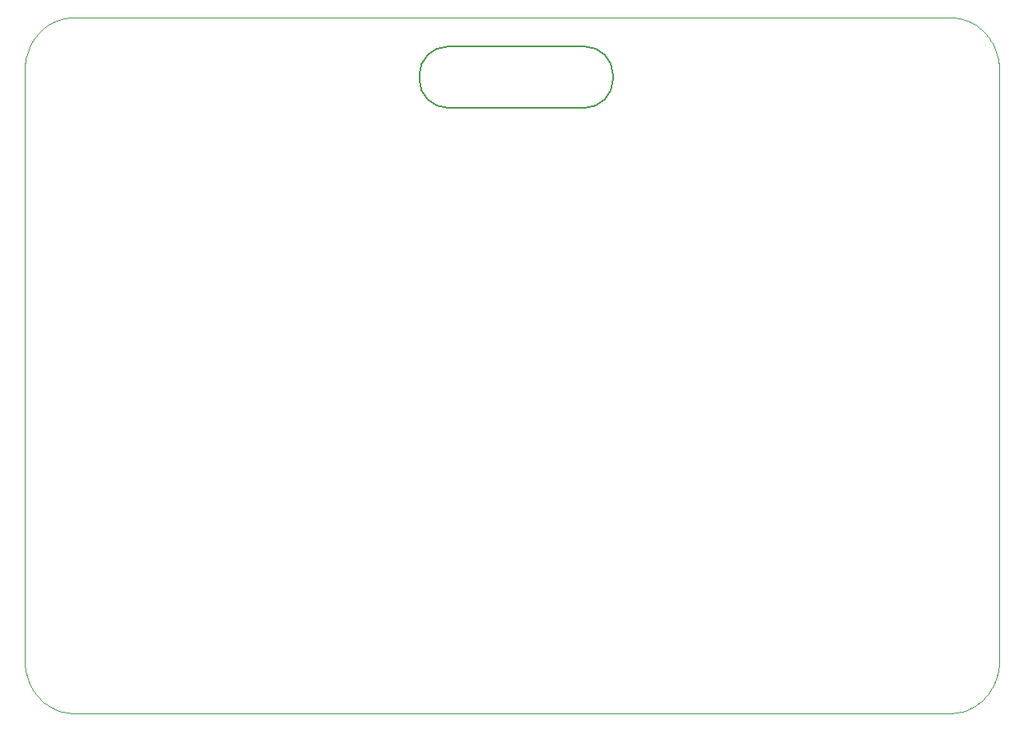
<source format=gbr>
%TF.GenerationSoftware,KiCad,Pcbnew,8.0.1*%
%TF.CreationDate,2024-04-19T02:30:16-04:00*%
%TF.ProjectId,hello-my-name-is,68656c6c-6f2d-46d7-992d-6e616d652d69,rev?*%
%TF.SameCoordinates,Original*%
%TF.FileFunction,Profile,NP*%
%FSLAX46Y46*%
G04 Gerber Fmt 4.6, Leading zero omitted, Abs format (unit mm)*
G04 Created by KiCad (PCBNEW 8.0.1) date 2024-04-19 02:30:16*
%MOMM*%
%LPD*%
G01*
G04 APERTURE LIST*
%TA.AperFunction,Profile*%
%ADD10C,0.200000*%
%TD*%
%TA.AperFunction,Profile*%
%ADD11C,0.100000*%
%TD*%
G04 APERTURE END LIST*
D10*
X145000000Y-68000000D02*
G75*
G02*
X142000000Y-65000000I0J3000000D01*
G01*
X159500000Y-61500000D02*
G75*
G02*
X162500000Y-64500000I0J-3000000D01*
G01*
X142000000Y-65000000D02*
X142000000Y-64500000D01*
X162500000Y-64500000D02*
X162500000Y-65000000D01*
X142000000Y-64500000D02*
G75*
G02*
X145000000Y-61500000I3000000J0D01*
G01*
X145000000Y-61500000D02*
X159500000Y-61500000D01*
X159500000Y-68000000D02*
X145000000Y-68000000D01*
X162500000Y-65000000D02*
G75*
G02*
X159500000Y-68000000I-3000000J0D01*
G01*
D11*
X198522471Y-58433564D02*
X198783628Y-58454987D01*
X199040987Y-58490266D01*
X199294227Y-58539053D01*
X199543023Y-58600999D01*
X199787053Y-58675755D01*
X200025993Y-58762974D01*
X200259521Y-58862305D01*
X200487313Y-58973401D01*
X200709046Y-59095914D01*
X200924397Y-59229493D01*
X201133043Y-59373792D01*
X201334660Y-59528462D01*
X201528927Y-59693153D01*
X201715519Y-59867518D01*
X201894113Y-60051207D01*
X202064387Y-60243873D01*
X202226017Y-60445166D01*
X202378680Y-60654738D01*
X202522053Y-60872240D01*
X202655813Y-61097325D01*
X202779637Y-61329643D01*
X202893202Y-61568845D01*
X202996185Y-61814584D01*
X203088261Y-62066510D01*
X203169110Y-62324276D01*
X203238406Y-62587532D01*
X203295828Y-62855930D01*
X203341051Y-63129121D01*
X203373754Y-63406757D01*
X203393613Y-63688489D01*
X203400304Y-63973969D01*
X203400304Y-126599846D01*
X203393613Y-126885326D01*
X203373754Y-127167059D01*
X203341051Y-127444696D01*
X203295828Y-127717888D01*
X203238406Y-127986286D01*
X203169110Y-128249543D01*
X203088261Y-128507309D01*
X202996185Y-128759236D01*
X202893202Y-129004975D01*
X202779637Y-129244178D01*
X202655813Y-129476496D01*
X202522053Y-129701581D01*
X202378680Y-129919084D01*
X202226017Y-130128656D01*
X202064387Y-130329950D01*
X201894113Y-130522616D01*
X201715519Y-130706305D01*
X201528927Y-130880670D01*
X201334660Y-131045361D01*
X201133043Y-131200031D01*
X200924397Y-131344330D01*
X200709046Y-131477910D01*
X200487313Y-131600423D01*
X200259521Y-131711519D01*
X200025993Y-131810850D01*
X199787053Y-131898069D01*
X199543023Y-131972825D01*
X199294227Y-132034771D01*
X199040987Y-132083558D01*
X198783628Y-132118837D01*
X198522471Y-132140261D01*
X198257840Y-132147479D01*
X105355273Y-132147479D01*
X105090643Y-132140261D01*
X104829487Y-132118837D01*
X104572127Y-132083558D01*
X104318888Y-132034771D01*
X104070092Y-131972825D01*
X103826063Y-131898069D01*
X103587123Y-131810850D01*
X103353596Y-131711519D01*
X103125804Y-131600423D01*
X102904072Y-131477910D01*
X102688721Y-131344330D01*
X102480075Y-131200031D01*
X102278458Y-131045361D01*
X102084192Y-130880670D01*
X101897600Y-130706305D01*
X101719005Y-130522616D01*
X101548732Y-130329950D01*
X101387102Y-130128656D01*
X101234438Y-129919084D01*
X101091065Y-129701581D01*
X100957305Y-129476496D01*
X100833481Y-129244178D01*
X100719916Y-129004975D01*
X100616934Y-128759236D01*
X100524857Y-128507309D01*
X100444009Y-128249543D01*
X100374712Y-127986286D01*
X100317291Y-127717888D01*
X100272067Y-127444696D01*
X100239364Y-127167059D01*
X100219505Y-126885326D01*
X100212814Y-126599846D01*
X100212814Y-63973969D01*
X100219505Y-63688489D01*
X100239364Y-63406757D01*
X100272067Y-63129121D01*
X100317291Y-62855930D01*
X100374712Y-62587532D01*
X100444009Y-62324276D01*
X100524857Y-62066510D01*
X100616934Y-61814584D01*
X100719916Y-61568845D01*
X100833481Y-61329643D01*
X100957305Y-61097325D01*
X101091065Y-60872240D01*
X101234438Y-60654738D01*
X101387102Y-60445166D01*
X101548732Y-60243873D01*
X101719005Y-60051207D01*
X101897600Y-59867518D01*
X102084192Y-59693153D01*
X102278458Y-59528462D01*
X102480075Y-59373792D01*
X102688721Y-59229493D01*
X102904072Y-59095914D01*
X103125804Y-58973401D01*
X103353596Y-58862305D01*
X103587123Y-58762974D01*
X103826063Y-58675755D01*
X104070092Y-58600999D01*
X104318888Y-58539053D01*
X104572127Y-58490266D01*
X104829487Y-58454987D01*
X105090643Y-58433564D01*
X105355273Y-58426345D01*
X198257840Y-58426345D01*
X198522471Y-58433564D01*
M02*

</source>
